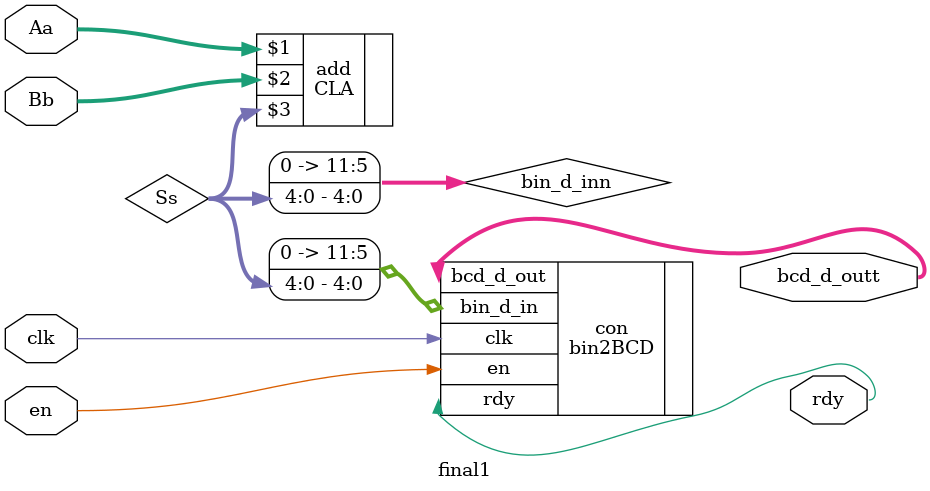
<source format=v>
`timescale 1ns / 1ps


module final1(
    input [3:0] Aa,
    input [3:0] Bb,
    //input Cin,
    input clk,
    input en,
    output rdy,
    output [15:0] bcd_d_outt
    );
    wire [4:0] Ss;
    wire [11:0] bin_d_inn;
    // CLA puut(.A(Aa), .B(Bb), .S(S));
    CLA add(Aa,Bb,Ss);
    assign bin_d_inn = {7'b0, Ss};
    bin2BCD con(.clk(clk), .en(en),.rdy(rdy), .bin_d_in(bin_d_inn), .bcd_d_out(bcd_d_outt));
    
endmodule

</source>
